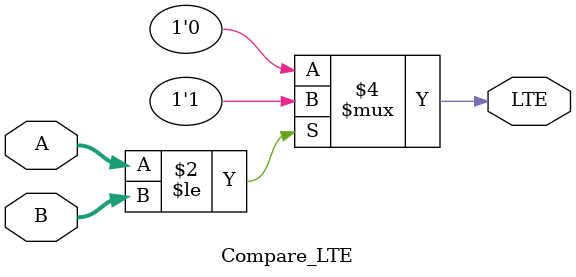
<source format=v>
module datapath(clk, rst, start_addr, end_addr, data_reg_ld_wire_in, i_sel, i_ld, i_clr, j_ld, j_clr, data_reg_ld, data_reg_clr, sel_def_max_min, min_ld, min_clr, max_ld, max_clr, max_diff_ld, max_diff_clr, i_lte_j, data_lt_min, data_lt_max, max_diff, start_addr_out);


input clk, rst;
input [7:0] start_addr, end_addr, data_reg_ld_wire_in;
input i_sel, i_ld, i_clr, j_ld, j_clr, data_reg_ld, data_reg_clr, sel_def_max_min, min_ld, min_clr, max_ld, max_clr, max_diff_ld, max_diff_clr;
output i_lte_j, data_lt_min, data_lt_max; 
output [7:0] max_diff;
output [7:0] start_addr_out;

wire [7:0] i_ld_wire_in, i_add_wire, i_wire_out;
wire [7:0] j_wire_out;
wire [7:0] data_reg_wire_out;
wire [7:0] min_mux_wire_out, max_mux_wire_out;
wire [7:0] min_wire_out, max_wire_out;
wire [7:0] sub_wire_out;
	

	// MUX for I
	Mux I_MUX(start_addr, i_add_wire, i_sel, i_ld_wire_in);

	// Register for I
	Register I_REG(clk, rst, i_clr, i_ld, i_ld_wire_in, i_wire_out);

	// Register for Start Address
	Register START_REG(clk, rst, 0, 1, start_addr, start_addr_out);
	
	// Register for J
	Register J_REG(clk, rst, j_clr, j_ld, end_addr, j_wire_out);

	// Adder for I
	Adder I_ADDER(i_wire_out, 8'b00000001, i_add_wire);

	// Compare I & J
	Compare_LTE IJ_COMP(i_wire_out, j_wire_out, i_lte_j);

	// Register for DATA
	Register DATA_REG(clk, rst, data_reg_clr, data_reg_ld, data_reg_ld_wire_in, data_reg_wire_out);

	// MUX for min
	Mux MIN_MUX(8'b11111111, data_reg_wire_out, sel_def_max_min, min_mux_wire_out);

	// MUX for max
	Mux MAX_MUX(8'b00000000, data_reg_wire_out, sel_def_max_min, max_mux_wire_out);
	
	// Register for min
	Register MIN_REG(clk, rst, min_clr, min_ld, min_mux_wire_out, min_wire_out);

	// Register for max
	Register MAX_REG(clk, rst, max_clr, max_ld, max_mux_wire_out, max_wire_out);

	// Comparator for min
	Compare_LTE MIN_COMP(data_reg_wire_out, min_wire_out, data_lt_min);

	// Comparator for max
	Compare_LTE MAX_COMP(max_wire_out, data_reg_wire_out, data_lt_max);

	// Subtractor
	Subtractor MAXMIN_SUB(max_wire_out, min_wire_out, sub_wire_out);

	// Register for max_diff
	Register MAX_DIFF_REG(clk, rst, max_diff_clr, max_diff_ld, sub_wire_out, max_diff); 
	
endmodule


// Mux module
module Mux(Input0, Input1, Sel, Data_out);
	parameter input_size = 8;

	input [input_size-1:0] Input0;
	input [input_size-1:0] Input1;
	input Sel;
	output reg [7:0] Data_out;

	always @ (Sel, Input0, Input1) begin
		if( Sel == 0) begin
			Data_out <= Input0;
		end
		else  begin
			Data_out <= Input1;
		end
	end
endmodule

// Register module
module Register(clk, rst, clr, ld, I, Q);
	parameter reg_width = 8;

	input clk, rst, clr, ld;
	input [reg_width-1:0] I;
	output reg [reg_width-1:0] Q;

	always @ (posedge clk) begin
		if( rst == 1 ) begin
			Q <= 0;		
		end
		else begin
			if( clr == 1 ) begin
				Q <= 0;
			end
			else if( ld == 1 ) begin
				Q <= I;
			end
		end
	end   
endmodule

// Adder module
module Adder(A, B, Result);
	parameter adder_size = 8;
	
	input [adder_size-1:0] A;
	input [adder_size-1:0] B;
	output reg [adder_size-1:0] Result;

	always @ (A, B) begin
		Result <= A + B;
	end
endmodule

// Subtractor module
module Subtractor(A, B, Result);
	parameter sub_size = 8;
	
	input [sub_size-1:0] A;
	input [sub_size-1:0] B;
	output reg [sub_size-1:0] Result;
	always @ (A, B) begin	
		Result <= A - B;
	end
endmodule


// Comparator module
module Compare_LTE(A, B, LTE);
	parameter adder_size = 8;
	
	input [adder_size - 1:0] A;
	input [adder_size-1:0] B;
	output reg LTE;

	always @ (A, B) begin
		
		if(A <= B) begin
			LTE <= 1;
		end
		else begin
			LTE <=0;
		end
	end
endmodule

</source>
